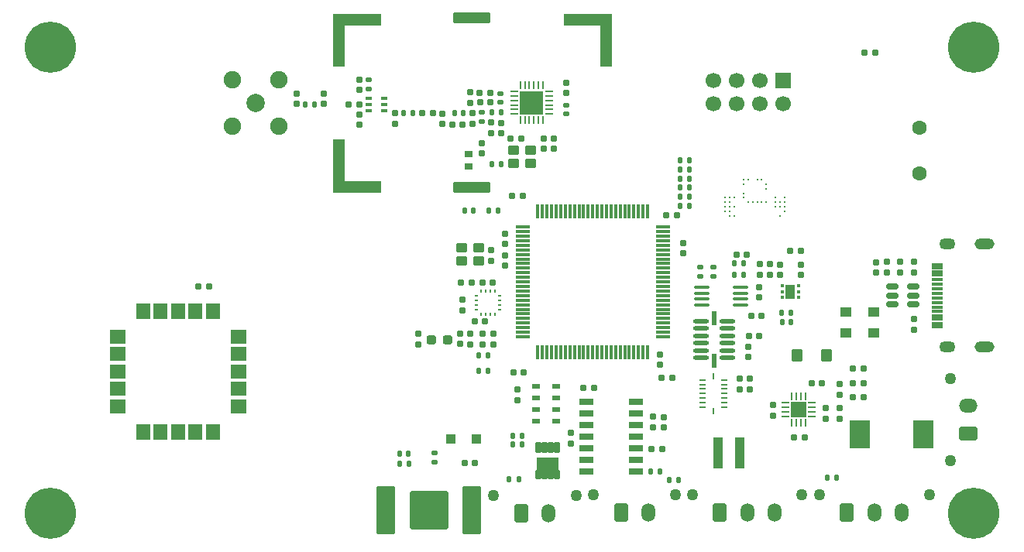
<source format=gbr>
%TF.GenerationSoftware,KiCad,Pcbnew,9.0.1*%
%TF.CreationDate,2025-04-20T12:35:35+07:00*%
%TF.ProjectId,IREC-FlighComputer,49524543-2d46-46c6-9967-68436f6d7075,rev?*%
%TF.SameCoordinates,Original*%
%TF.FileFunction,Soldermask,Top*%
%TF.FilePolarity,Negative*%
%FSLAX46Y46*%
G04 Gerber Fmt 4.6, Leading zero omitted, Abs format (unit mm)*
G04 Created by KiCad (PCBNEW 9.0.1) date 2025-04-20 12:35:35*
%MOMM*%
%LPD*%
G01*
G04 APERTURE LIST*
G04 Aperture macros list*
%AMRoundRect*
0 Rectangle with rounded corners*
0 $1 Rounding radius*
0 $2 $3 $4 $5 $6 $7 $8 $9 X,Y pos of 4 corners*
0 Add a 4 corners polygon primitive as box body*
4,1,4,$2,$3,$4,$5,$6,$7,$8,$9,$2,$3,0*
0 Add four circle primitives for the rounded corners*
1,1,$1+$1,$2,$3*
1,1,$1+$1,$4,$5*
1,1,$1+$1,$6,$7*
1,1,$1+$1,$8,$9*
0 Add four rect primitives between the rounded corners*
20,1,$1+$1,$2,$3,$4,$5,0*
20,1,$1+$1,$4,$5,$6,$7,0*
20,1,$1+$1,$6,$7,$8,$9,0*
20,1,$1+$1,$8,$9,$2,$3,0*%
G04 Aperture macros list end*
%ADD10C,0.010000*%
%ADD11RoundRect,0.135000X0.135000X0.185000X-0.135000X0.185000X-0.135000X-0.185000X0.135000X-0.185000X0*%
%ADD12RoundRect,0.147500X-0.147500X-0.172500X0.147500X-0.172500X0.147500X0.172500X-0.147500X0.172500X0*%
%ADD13R,2.300000X3.150000*%
%ADD14RoundRect,0.102000X-1.980000X-1.980000X1.980000X-1.980000X1.980000X1.980000X-1.980000X1.980000X0*%
%ADD15RoundRect,0.102000X-0.890000X-2.540000X0.890000X-2.540000X0.890000X2.540000X-0.890000X2.540000X0*%
%ADD16R,1.525000X0.650000*%
%ADD17RoundRect,0.135000X-0.135000X-0.185000X0.135000X-0.185000X0.135000X0.185000X-0.135000X0.185000X0*%
%ADD18O,1.770000X0.450000*%
%ADD19R,0.600000X1.550000*%
%ADD20RoundRect,0.250000X-0.300000X-0.300000X0.300000X-0.300000X0.300000X0.300000X-0.300000X0.300000X0*%
%ADD21RoundRect,0.155000X-0.155000X0.212500X-0.155000X-0.212500X0.155000X-0.212500X0.155000X0.212500X0*%
%ADD22RoundRect,0.147500X0.172500X-0.147500X0.172500X0.147500X-0.172500X0.147500X-0.172500X-0.147500X0*%
%ADD23RoundRect,0.155000X0.155000X-0.212500X0.155000X0.212500X-0.155000X0.212500X-0.155000X-0.212500X0*%
%ADD24RoundRect,0.147500X0.147500X0.172500X-0.147500X0.172500X-0.147500X-0.172500X0.147500X-0.172500X0*%
%ADD25RoundRect,0.155000X0.212500X0.155000X-0.212500X0.155000X-0.212500X-0.155000X0.212500X-0.155000X0*%
%ADD26R,0.860000X0.800000*%
%ADD27RoundRect,0.160000X0.160000X-0.197500X0.160000X0.197500X-0.160000X0.197500X-0.160000X-0.197500X0*%
%ADD28RoundRect,0.075000X-0.725000X-0.075000X0.725000X-0.075000X0.725000X0.075000X-0.725000X0.075000X0*%
%ADD29RoundRect,0.075000X-0.075000X-0.725000X0.075000X-0.725000X0.075000X0.725000X-0.075000X0.725000X0*%
%ADD30R,0.250000X0.450000*%
%ADD31R,0.450000X0.250000*%
%ADD32RoundRect,0.160000X-0.197500X-0.160000X0.197500X-0.160000X0.197500X0.160000X-0.197500X0.160000X0*%
%ADD33R,1.240000X1.120000*%
%ADD34RoundRect,0.062500X0.062500X-0.350000X0.062500X0.350000X-0.062500X0.350000X-0.062500X-0.350000X0*%
%ADD35RoundRect,0.062500X0.350000X-0.062500X0.350000X0.062500X-0.350000X0.062500X-0.350000X-0.062500X0*%
%ADD36R,2.600000X2.600000*%
%ADD37RoundRect,0.093750X-0.093750X-0.106250X0.093750X-0.106250X0.093750X0.106250X-0.093750X0.106250X0*%
%ADD38R,1.000000X1.600000*%
%ADD39RoundRect,0.237500X-0.287500X-0.237500X0.287500X-0.237500X0.287500X0.237500X-0.287500X0.237500X0*%
%ADD40R,1.803400X1.498600*%
%ADD41R,1.498600X1.803400*%
%ADD42RoundRect,0.155000X-0.212500X-0.155000X0.212500X-0.155000X0.212500X0.155000X-0.212500X0.155000X0*%
%ADD43R,0.950000X0.550000*%
%ADD44RoundRect,0.102000X-0.450000X-0.400000X0.450000X-0.400000X0.450000X0.400000X-0.450000X0.400000X0*%
%ADD45R,0.780000X0.350000*%
%ADD46R,0.980000X3.400000*%
%ADD47O,2.154000X1.254000*%
%ADD48O,1.754000X1.254000*%
%ADD49RoundRect,0.010000X0.550000X-0.300000X0.550000X0.300000X-0.550000X0.300000X-0.550000X-0.300000X0*%
%ADD50RoundRect,0.010000X0.550000X-0.150000X0.550000X0.150000X-0.550000X0.150000X-0.550000X-0.150000X0*%
%ADD51RoundRect,0.160000X-0.160000X0.197500X-0.160000X-0.197500X0.160000X-0.197500X0.160000X0.197500X0*%
%ADD52O,1.660000X0.360000*%
%ADD53RoundRect,0.135000X-0.185000X0.135000X-0.185000X-0.135000X0.185000X-0.135000X0.185000X0.135000X0*%
%ADD54C,1.270000*%
%ADD55RoundRect,0.250001X-0.499999X-0.759999X0.499999X-0.759999X0.499999X0.759999X-0.499999X0.759999X0*%
%ADD56O,1.500000X2.020000*%
%ADD57C,2.006600*%
%ADD58C,1.905000*%
%ADD59R,0.800000X0.250000*%
%ADD60R,0.250000X0.800000*%
%ADD61C,5.600000*%
%ADD62RoundRect,0.102000X-0.455000X-0.610000X0.455000X-0.610000X0.455000X0.610000X-0.455000X0.610000X0*%
%ADD63RoundRect,0.147500X-0.172500X0.147500X-0.172500X-0.147500X0.172500X-0.147500X0.172500X0.147500X0*%
%ADD64RoundRect,0.102000X-1.900000X-0.500000X1.900000X-0.500000X1.900000X0.500000X-1.900000X0.500000X0*%
%ADD65RoundRect,0.150000X0.512500X0.150000X-0.512500X0.150000X-0.512500X-0.150000X0.512500X-0.150000X0*%
%ADD66C,0.240000*%
%ADD67C,1.602000*%
%ADD68R,1.680000X1.680000*%
%ADD69RoundRect,0.250001X0.759999X-0.499999X0.759999X0.499999X-0.759999X0.499999X-0.759999X-0.499999X0*%
%ADD70O,2.020000X1.500000*%
%ADD71R,1.700000X1.700000*%
%ADD72C,1.700000*%
%ADD73RoundRect,0.102000X-0.205000X0.495000X-0.205000X-0.495000X0.205000X-0.495000X0.205000X0.495000X0*%
%ADD74RoundRect,0.102000X-0.205000X0.380000X-0.205000X-0.380000X0.205000X-0.380000X0.205000X0.380000X0*%
%ADD75RoundRect,0.102000X-0.495000X0.862500X-0.495000X-0.862500X0.495000X-0.862500X0.495000X0.862500X0*%
G04 APERTURE END LIST*
D10*
%TO.C,J5*%
X135130000Y-60560000D02*
X131150000Y-60560000D01*
X131150000Y-65110000D01*
X129950000Y-65110000D01*
X129950000Y-59360000D01*
X135130000Y-59360000D01*
X135130000Y-60560000D01*
G36*
X135130000Y-60560000D02*
G01*
X131150000Y-60560000D01*
X131150000Y-65110000D01*
X129950000Y-65110000D01*
X129950000Y-59360000D01*
X135130000Y-59360000D01*
X135130000Y-60560000D01*
G37*
X131150000Y-77660000D02*
X135130000Y-77660000D01*
X135130000Y-78860000D01*
X129950000Y-78860000D01*
X129950000Y-73110000D01*
X131150000Y-73110000D01*
X131150000Y-77660000D01*
G36*
X131150000Y-77660000D02*
G01*
X135130000Y-77660000D01*
X135130000Y-78860000D01*
X129950000Y-78860000D01*
X129950000Y-73110000D01*
X131150000Y-73110000D01*
X131150000Y-77660000D01*
G37*
X160310000Y-65110000D02*
X159110000Y-65110000D01*
X159110000Y-60560000D01*
X155130000Y-60560000D01*
X155130000Y-59360000D01*
X160310000Y-59360000D01*
X160310000Y-65110000D01*
G36*
X160310000Y-65110000D02*
G01*
X159110000Y-65110000D01*
X159110000Y-60560000D01*
X155130000Y-60560000D01*
X155130000Y-59360000D01*
X160310000Y-59360000D01*
X160310000Y-65110000D01*
G37*
%TD*%
D11*
%TO.C,R33*%
X147950000Y-80900000D03*
X146930000Y-80900000D03*
%TD*%
D12*
%TO.C,D10*%
X144330000Y-80900000D03*
X145300000Y-80900000D03*
%TD*%
D13*
%TO.C,D1*%
X187550000Y-105400000D03*
X194450000Y-105400000D03*
%TD*%
D14*
%TO.C,BT1*%
X140400000Y-113700000D03*
D15*
X135700000Y-113700000D03*
X145100000Y-113700000D03*
%TD*%
D16*
%TO.C,IC1*%
X157588000Y-101790000D03*
X157588000Y-103060000D03*
X157588000Y-104330000D03*
X157588000Y-105600000D03*
X157588000Y-106870000D03*
X157588000Y-108140000D03*
X157588000Y-109410000D03*
X163012000Y-109410000D03*
X163012000Y-108140000D03*
X163012000Y-106870000D03*
X163012000Y-105600000D03*
X163012000Y-104330000D03*
X163012000Y-103060000D03*
X163012000Y-101790000D03*
%TD*%
D17*
%TO.C,R19*%
X167890000Y-75400000D03*
X168910000Y-75400000D03*
%TD*%
D18*
%TO.C,U6*%
X173000000Y-97000000D03*
X173000000Y-96200000D03*
X173000000Y-95400000D03*
X173000000Y-94600000D03*
X173000000Y-93800000D03*
X173000000Y-93000000D03*
D19*
X171590000Y-92700000D03*
D18*
X170180000Y-93000000D03*
X170180000Y-93800000D03*
X170180000Y-94600000D03*
X170180000Y-95400000D03*
X170180000Y-96200000D03*
X170180000Y-97000000D03*
D19*
X171590000Y-97300000D03*
%TD*%
D20*
%TO.C,D6*%
X142800000Y-105900000D03*
X145600000Y-105900000D03*
%TD*%
D11*
%TO.C,R14*%
X146910000Y-96700000D03*
X145890000Y-96700000D03*
%TD*%
D21*
%TO.C,C26*%
X178800000Y-86800000D03*
X178800000Y-87935000D03*
%TD*%
D11*
%TO.C,R30*%
X174810000Y-86700000D03*
X173790000Y-86700000D03*
%TD*%
D22*
%TO.C,L3*%
X155400000Y-70347500D03*
X155400000Y-69377500D03*
%TD*%
D23*
%TO.C,C40*%
X132800000Y-71530000D03*
X132800000Y-70395000D03*
%TD*%
D11*
%TO.C,R29*%
X174800000Y-87900000D03*
X173780000Y-87900000D03*
%TD*%
D24*
%TO.C,L8*%
X138650000Y-70270000D03*
X137680000Y-70270000D03*
%TD*%
D17*
%TO.C,R25*%
X164680000Y-109400000D03*
X165700000Y-109400000D03*
%TD*%
D25*
%TO.C,C55*%
X147167500Y-69062500D03*
X146032500Y-69062500D03*
%TD*%
D23*
%TO.C,C30*%
X175450000Y-100447500D03*
X175450000Y-99312500D03*
%TD*%
%TO.C,C9*%
X148700000Y-86935000D03*
X148700000Y-85800000D03*
%TD*%
D26*
%TO.C,FB2*%
X144800000Y-74700000D03*
X144800000Y-76100000D03*
%TD*%
D27*
%TO.C,R6*%
X193400000Y-87677500D03*
X193400000Y-86482500D03*
%TD*%
%TO.C,R8*%
X191900000Y-87675000D03*
X191900000Y-86480000D03*
%TD*%
D24*
%TO.C,L2*%
X127900000Y-69262500D03*
X126930000Y-69262500D03*
%TD*%
D23*
%TO.C,C19*%
X139290000Y-95537500D03*
X139290000Y-94402500D03*
%TD*%
D21*
%TO.C,C46*%
X128900000Y-68095000D03*
X128900000Y-69230000D03*
%TD*%
D28*
%TO.C,U5*%
X150650000Y-82700000D03*
X150650000Y-83200000D03*
X150650000Y-83700000D03*
X150650000Y-84200000D03*
X150650000Y-84700000D03*
X150650000Y-85200000D03*
X150650000Y-85700000D03*
X150650000Y-86200000D03*
X150650000Y-86700000D03*
X150650000Y-87200000D03*
X150650000Y-87700000D03*
X150650000Y-88200000D03*
X150650000Y-88700000D03*
X150650000Y-89200000D03*
X150650000Y-89700000D03*
X150650000Y-90200000D03*
X150650000Y-90700000D03*
X150650000Y-91200000D03*
X150650000Y-91700000D03*
X150650000Y-92200000D03*
X150650000Y-92700000D03*
X150650000Y-93200000D03*
X150650000Y-93700000D03*
X150650000Y-94200000D03*
X150650000Y-94700000D03*
D29*
X152325000Y-96375000D03*
X152825000Y-96375000D03*
X153325000Y-96375000D03*
X153825000Y-96375000D03*
X154325000Y-96375000D03*
X154825000Y-96375000D03*
X155325000Y-96375000D03*
X155825000Y-96375000D03*
X156325000Y-96375000D03*
X156825000Y-96375000D03*
X157325000Y-96375000D03*
X157825000Y-96375000D03*
X158325000Y-96375000D03*
X158825000Y-96375000D03*
X159325000Y-96375000D03*
X159825000Y-96375000D03*
X160325000Y-96375000D03*
X160825000Y-96375000D03*
X161325000Y-96375000D03*
X161825000Y-96375000D03*
X162325000Y-96375000D03*
X162825000Y-96375000D03*
X163325000Y-96375000D03*
X163825000Y-96375000D03*
X164325000Y-96375000D03*
D28*
X166000000Y-94700000D03*
X166000000Y-94200000D03*
X166000000Y-93700000D03*
X166000000Y-93200000D03*
X166000000Y-92700000D03*
X166000000Y-92200000D03*
X166000000Y-91700000D03*
X166000000Y-91200000D03*
X166000000Y-90700000D03*
X166000000Y-90200000D03*
X166000000Y-89700000D03*
X166000000Y-89200000D03*
X166000000Y-88700000D03*
X166000000Y-88200000D03*
X166000000Y-87700000D03*
X166000000Y-87200000D03*
X166000000Y-86700000D03*
X166000000Y-86200000D03*
X166000000Y-85700000D03*
X166000000Y-85200000D03*
X166000000Y-84700000D03*
X166000000Y-84200000D03*
X166000000Y-83700000D03*
X166000000Y-83200000D03*
X166000000Y-82700000D03*
D29*
X164325000Y-81025000D03*
X163825000Y-81025000D03*
X163325000Y-81025000D03*
X162825000Y-81025000D03*
X162325000Y-81025000D03*
X161825000Y-81025000D03*
X161325000Y-81025000D03*
X160825000Y-81025000D03*
X160325000Y-81025000D03*
X159825000Y-81025000D03*
X159325000Y-81025000D03*
X158825000Y-81025000D03*
X158325000Y-81025000D03*
X157825000Y-81025000D03*
X157325000Y-81025000D03*
X156825000Y-81025000D03*
X156325000Y-81025000D03*
X155825000Y-81025000D03*
X155325000Y-81025000D03*
X154825000Y-81025000D03*
X154325000Y-81025000D03*
X153825000Y-81025000D03*
X153325000Y-81025000D03*
X152825000Y-81025000D03*
X152325000Y-81025000D03*
%TD*%
D30*
%TO.C,U9*%
X147610000Y-89690000D03*
X147110000Y-89690000D03*
X146610000Y-89690000D03*
X146110000Y-89690000D03*
D31*
X145600000Y-90200000D03*
X145600000Y-90700000D03*
X145600000Y-91200000D03*
X145600000Y-91700000D03*
D30*
X146110000Y-92210000D03*
X146610000Y-92210000D03*
X147110000Y-92210000D03*
X147610000Y-92210000D03*
D31*
X148120000Y-91700000D03*
X148120000Y-91200000D03*
X148120000Y-90700000D03*
X148120000Y-90200000D03*
%TD*%
D23*
%TO.C,C1*%
X176600000Y-87900000D03*
X176600000Y-86765000D03*
%TD*%
D21*
%TO.C,C56*%
X141900000Y-70295000D03*
X141900000Y-71430000D03*
%TD*%
D32*
%TO.C,R23*%
X188055000Y-63660000D03*
X189250000Y-63660000D03*
%TD*%
D23*
%TO.C,C2*%
X146300000Y-95535000D03*
X146300000Y-94400000D03*
%TD*%
D33*
%TO.C,D3*%
X186000000Y-94300000D03*
X189000000Y-94300000D03*
%TD*%
D34*
%TO.C,U13*%
X150400000Y-71037500D03*
X150900000Y-71037500D03*
X151400000Y-71037500D03*
X151900000Y-71037500D03*
X152400000Y-71037500D03*
X152900000Y-71037500D03*
D35*
X153587500Y-70350000D03*
X153587500Y-69850000D03*
X153587500Y-69350000D03*
X153587500Y-68850000D03*
X153587500Y-68350000D03*
X153587500Y-67850000D03*
D34*
X152900000Y-67162500D03*
X152400000Y-67162500D03*
X151900000Y-67162500D03*
X151400000Y-67162500D03*
X150900000Y-67162500D03*
X150400000Y-67162500D03*
D35*
X149712500Y-67850000D03*
X149712500Y-68350000D03*
X149712500Y-68850000D03*
X149712500Y-69350000D03*
X149712500Y-69850000D03*
X149712500Y-70350000D03*
D36*
X151650000Y-69100000D03*
%TD*%
D37*
%TO.C,U3*%
X179025000Y-89100000D03*
X179025000Y-89750000D03*
X179025000Y-90400000D03*
X180800000Y-90400000D03*
X180800000Y-89750000D03*
X180800000Y-89100000D03*
D38*
X179912500Y-89750000D03*
%TD*%
D39*
%TO.C,FB1*%
X140700000Y-95067500D03*
X142450000Y-95067500D03*
%TD*%
D17*
%TO.C,R21*%
X167880000Y-80400000D03*
X168900000Y-80400000D03*
%TD*%
D40*
%TO.C,U10*%
X106399996Y-94699999D03*
X106399996Y-96600000D03*
X106399996Y-98499999D03*
X106399996Y-100399998D03*
X106399996Y-102299999D03*
D41*
X109199998Y-105100001D03*
X111099999Y-105100001D03*
X112999998Y-105100001D03*
X114899997Y-105100001D03*
X116799998Y-105100001D03*
D40*
X119600000Y-102299999D03*
X119600000Y-100399998D03*
X119600000Y-98499999D03*
X119600000Y-96600000D03*
X119600000Y-94699999D03*
D41*
X116799998Y-91899997D03*
X114899997Y-91899997D03*
X112999998Y-91899997D03*
X111099999Y-91899997D03*
X109199998Y-91899997D03*
%TD*%
D25*
%TO.C,C10*%
X150800000Y-98600000D03*
X149665000Y-98600000D03*
%TD*%
D42*
%TO.C,C18*%
X186765000Y-98200000D03*
X187900000Y-98200000D03*
%TD*%
D43*
%TO.C,U8*%
X152150000Y-100150000D03*
X152150000Y-101400000D03*
X152150000Y-102650000D03*
X152150000Y-103900000D03*
X154300000Y-103900000D03*
X154300000Y-102650000D03*
X154300000Y-101400000D03*
X154300000Y-100150000D03*
%TD*%
D44*
%TO.C,X2*%
X143975000Y-86425000D03*
X145825000Y-86425000D03*
X145825000Y-84975000D03*
X143975000Y-84975000D03*
%TD*%
D25*
%TO.C,C54*%
X144100000Y-71462500D03*
X142965000Y-71462500D03*
%TD*%
D17*
%TO.C,R26*%
X167860000Y-77400000D03*
X168880000Y-77400000D03*
%TD*%
D45*
%TO.C,U12*%
X135540000Y-69962500D03*
X135540000Y-69312500D03*
X135540000Y-68662500D03*
X133860000Y-68662500D03*
X133860000Y-69312500D03*
X133860000Y-69962500D03*
%TD*%
D17*
%TO.C,R12*%
X137190000Y-108600000D03*
X138210000Y-108600000D03*
%TD*%
D25*
%TO.C,C48*%
X154100000Y-74100000D03*
X152965000Y-74100000D03*
%TD*%
D46*
%TO.C,L1*%
X172015000Y-107400000D03*
X174385000Y-107400000D03*
%TD*%
D47*
%TO.C,USB1*%
X201112500Y-95820000D03*
X201112500Y-84580000D03*
D48*
X197112500Y-95820000D03*
X197112500Y-84580000D03*
D49*
X195962500Y-93400000D03*
X195962500Y-92600000D03*
D50*
X195962500Y-91450000D03*
X195962500Y-90450000D03*
X195962500Y-89950000D03*
X195962500Y-88950000D03*
D49*
X195962500Y-87800000D03*
X195962500Y-87000000D03*
D50*
X195962500Y-88450000D03*
X195962500Y-89450000D03*
X195962500Y-90950000D03*
X195962500Y-91950000D03*
%TD*%
D42*
%TO.C,C15*%
X149532500Y-79300000D03*
X150667500Y-79300000D03*
%TD*%
D51*
%TO.C,R7*%
X190500000Y-86485000D03*
X190500000Y-87680000D03*
%TD*%
D52*
%TO.C,U7*%
X170220000Y-89260000D03*
X170220000Y-89920000D03*
X170220000Y-90570000D03*
X170220000Y-91220000D03*
X174480000Y-91220000D03*
X174480000Y-90570000D03*
X174480000Y-89920000D03*
X174480000Y-89260000D03*
%TD*%
D42*
%TO.C,C44*%
X131665000Y-69262500D03*
X132800000Y-69262500D03*
%TD*%
D25*
%TO.C,C58*%
X140855000Y-70262500D03*
X139720000Y-70262500D03*
%TD*%
D42*
%TO.C,C31*%
X146265000Y-88800000D03*
X147400000Y-88800000D03*
%TD*%
%TO.C,C24*%
X186765000Y-99800000D03*
X187900000Y-99800000D03*
%TD*%
D23*
%TO.C,C12*%
X148700000Y-84535000D03*
X148700000Y-83400000D03*
%TD*%
%TO.C,C21*%
X189300000Y-87667500D03*
X189300000Y-86532500D03*
%TD*%
D53*
%TO.C,R10*%
X171500000Y-87100000D03*
X171500000Y-88120000D03*
%TD*%
D42*
%TO.C,C4*%
X175642500Y-92380000D03*
X176777500Y-92380000D03*
%TD*%
D54*
%TO.C,J8*%
X147500000Y-112040000D03*
X156500000Y-112040000D03*
D55*
X150500000Y-114000000D03*
D56*
X153500000Y-114000000D03*
%TD*%
D21*
%TO.C,C47*%
X166120000Y-103492500D03*
X166120000Y-104627500D03*
%TD*%
D32*
%TO.C,R36*%
X157300000Y-100300000D03*
X158495000Y-100300000D03*
%TD*%
D57*
%TO.C,J3*%
X121447300Y-69109800D03*
D58*
X118894600Y-66557100D03*
X118894600Y-71662500D03*
X124000000Y-71662500D03*
X124000000Y-66557100D03*
%TD*%
D54*
%TO.C,J10*%
X183100000Y-111940000D03*
X195100000Y-111940000D03*
D55*
X186100000Y-113900000D03*
D56*
X189100000Y-113900000D03*
X192100000Y-113900000D03*
%TD*%
D23*
%TO.C,C32*%
X150100000Y-101635000D03*
X150100000Y-100500000D03*
%TD*%
D17*
%TO.C,R20*%
X167880000Y-79400000D03*
X168900000Y-79400000D03*
%TD*%
D25*
%TO.C,C38*%
X175167500Y-85700000D03*
X174032500Y-85700000D03*
%TD*%
D23*
%TO.C,C22*%
X181100000Y-87935000D03*
X181100000Y-86800000D03*
%TD*%
D32*
%TO.C,R4*%
X180305000Y-105750000D03*
X181500000Y-105750000D03*
%TD*%
D12*
%TO.C,D9*%
X179030000Y-93100000D03*
X180000000Y-93100000D03*
%TD*%
D21*
%TO.C,C50*%
X147200000Y-71262500D03*
X147200000Y-72397500D03*
%TD*%
D23*
%TO.C,C23*%
X147200000Y-86367500D03*
X147200000Y-85232500D03*
%TD*%
D42*
%TO.C,C43*%
X152965000Y-73000000D03*
X154100000Y-73000000D03*
%TD*%
%TO.C,C28*%
X165865000Y-99200000D03*
X167000000Y-99200000D03*
%TD*%
D21*
%TO.C,C42*%
X132800000Y-66595000D03*
X132800000Y-67730000D03*
%TD*%
D17*
%TO.C,R27*%
X167880000Y-78400000D03*
X168900000Y-78400000D03*
%TD*%
D53*
%TO.C,R9*%
X170100000Y-87090000D03*
X170100000Y-88110000D03*
%TD*%
D23*
%TO.C,C39*%
X146200000Y-74667500D03*
X146200000Y-73532500D03*
%TD*%
D21*
%TO.C,C5*%
X165700000Y-96632500D03*
X165700000Y-97767500D03*
%TD*%
D25*
%TO.C,C45*%
X150480000Y-73000000D03*
X149345000Y-73000000D03*
%TD*%
D59*
%TO.C,U2*%
X170300000Y-102410000D03*
X170300000Y-101910000D03*
X170300000Y-101410000D03*
X170300000Y-100910000D03*
X170300000Y-100410000D03*
X170300000Y-99910000D03*
X170300000Y-99410000D03*
D60*
X171500000Y-99000000D03*
D59*
X172700000Y-99410000D03*
X172700000Y-99910000D03*
X172700000Y-100410000D03*
X172700000Y-100910000D03*
X172700000Y-101410000D03*
X172700000Y-101910000D03*
X172700000Y-102410000D03*
D60*
X171500000Y-102820000D03*
%TD*%
D21*
%TO.C,C51*%
X148300000Y-71295000D03*
X148300000Y-72430000D03*
%TD*%
D17*
%TO.C,R39*%
X149580000Y-105500000D03*
X150600000Y-105500000D03*
%TD*%
D44*
%TO.C,Y1*%
X149650000Y-75750000D03*
X151500000Y-75750000D03*
X151500000Y-74300000D03*
X149650000Y-74300000D03*
%TD*%
D53*
%TO.C,R32*%
X133800000Y-66552500D03*
X133800000Y-67572500D03*
%TD*%
D61*
%TO.C,H3*%
X200000000Y-63000000D03*
%TD*%
D42*
%TO.C,C17*%
X166365000Y-81400000D03*
X167500000Y-81400000D03*
%TD*%
D27*
%TO.C,R5*%
X193400000Y-93975000D03*
X193400000Y-92780000D03*
%TD*%
D54*
%TO.C,J7*%
X158400000Y-112000000D03*
X167400000Y-112000000D03*
D55*
X161400000Y-113960000D03*
D56*
X164400000Y-113960000D03*
%TD*%
D62*
%TO.C,D2*%
X183885000Y-96750000D03*
X180615000Y-96750000D03*
%TD*%
D17*
%TO.C,R22*%
X178980000Y-92100000D03*
X180000000Y-92100000D03*
%TD*%
D42*
%TO.C,C52*%
X145965000Y-68062500D03*
X147100000Y-68062500D03*
%TD*%
%TO.C,C37*%
X179932500Y-85300000D03*
X181067500Y-85300000D03*
%TD*%
D61*
%TO.C,H1*%
X200000000Y-114000000D03*
%TD*%
%TO.C,H4*%
X99000000Y-114000000D03*
%TD*%
D63*
%TO.C,L6*%
X148200000Y-68077500D03*
X148200000Y-69047500D03*
%TD*%
D23*
%TO.C,C7*%
X168200000Y-85567500D03*
X168200000Y-84432500D03*
%TD*%
D64*
%TO.C,J5*%
X145130000Y-78360000D03*
X145130000Y-59860000D03*
%TD*%
D61*
%TO.C,H2*%
X99000000Y-63000000D03*
%TD*%
D54*
%TO.C,J2*%
X169200000Y-112000000D03*
X181200000Y-112000000D03*
D55*
X172200000Y-113960000D03*
D56*
X175200000Y-113960000D03*
X178200000Y-113960000D03*
%TD*%
D42*
%TO.C,C27*%
X175365000Y-94600000D03*
X176500000Y-94600000D03*
%TD*%
D25*
%TO.C,C36*%
X145435000Y-108500000D03*
X144300000Y-108500000D03*
%TD*%
D12*
%TO.C,D5*%
X137215000Y-107500000D03*
X138185000Y-107500000D03*
%TD*%
D23*
%TO.C,C6*%
X147500000Y-95535000D03*
X147500000Y-94400000D03*
%TD*%
D21*
%TO.C,C49*%
X126000000Y-68095000D03*
X126000000Y-69230000D03*
%TD*%
D23*
%TO.C,C41*%
X155400000Y-68035000D03*
X155400000Y-66900000D03*
%TD*%
D17*
%TO.C,R28*%
X167870000Y-76400000D03*
X168890000Y-76400000D03*
%TD*%
%TO.C,R18*%
X149200000Y-110300000D03*
X150220000Y-110300000D03*
%TD*%
D23*
%TO.C,C14*%
X144900000Y-95535000D03*
X144900000Y-94400000D03*
%TD*%
D25*
%TO.C,C20*%
X183400000Y-99800000D03*
X182265000Y-99800000D03*
%TD*%
D33*
%TO.C,D4*%
X186000000Y-92000000D03*
X189000000Y-92000000D03*
%TD*%
D23*
%TO.C,C33*%
X176510000Y-90397500D03*
X176510000Y-89262500D03*
%TD*%
D21*
%TO.C,C13*%
X178000000Y-102182500D03*
X178000000Y-103317500D03*
%TD*%
D17*
%TO.C,R31*%
X147290000Y-75800000D03*
X148310000Y-75800000D03*
%TD*%
D51*
%TO.C,R35*%
X164870000Y-103452500D03*
X164870000Y-104647500D03*
%TD*%
D17*
%TO.C,R24*%
X183980000Y-110100000D03*
X185000000Y-110100000D03*
%TD*%
D65*
%TO.C,U4*%
X193337500Y-91130000D03*
X193337500Y-90180000D03*
X193337500Y-89230000D03*
X191062500Y-89230000D03*
X191062500Y-90180000D03*
X191062500Y-91130000D03*
%TD*%
D27*
%TO.C,R38*%
X155900000Y-106397500D03*
X155900000Y-105202500D03*
%TD*%
D66*
%TO.C,U11*%
X172800000Y-81000000D03*
X172800000Y-80500000D03*
X172800000Y-80000000D03*
X172800000Y-79500000D03*
X173300000Y-81500000D03*
X173300000Y-81000000D03*
X173300000Y-80500000D03*
X173300000Y-80000000D03*
X173300000Y-79500000D03*
X173800000Y-81500000D03*
X173800000Y-80500000D03*
X173800000Y-79500000D03*
X174800000Y-79500000D03*
X174800000Y-79000000D03*
X174800000Y-78000000D03*
X174800000Y-77500000D03*
X175300000Y-80000000D03*
X175300000Y-77500000D03*
X175800000Y-80000000D03*
X176300000Y-80000000D03*
X176300000Y-77500000D03*
X176800000Y-80000000D03*
X176800000Y-77500000D03*
X177300000Y-80000000D03*
X177300000Y-78500000D03*
X177300000Y-78000000D03*
X178300000Y-80500000D03*
X178300000Y-80000000D03*
X178300000Y-79500000D03*
X178800000Y-81500000D03*
X178800000Y-80500000D03*
X178800000Y-80000000D03*
X179300000Y-81000000D03*
X179300000Y-80500000D03*
X179300000Y-80000000D03*
X179300000Y-79500000D03*
%TD*%
D21*
%TO.C,C8*%
X185300000Y-99900000D03*
X185300000Y-101035000D03*
%TD*%
D11*
%TO.C,R16*%
X167720000Y-110400000D03*
X166700000Y-110400000D03*
%TD*%
D67*
%TO.C,LS1*%
X194000000Y-71800000D03*
X194000000Y-76800000D03*
%TD*%
D42*
%TO.C,C35*%
X115232500Y-89200000D03*
X116367500Y-89200000D03*
%TD*%
D23*
%TO.C,C11*%
X143800000Y-95467500D03*
X143800000Y-94332500D03*
%TD*%
D34*
%TO.C,U1*%
X180087500Y-104112500D03*
X180587500Y-104112500D03*
X181087500Y-104112500D03*
X181587500Y-104112500D03*
D35*
X182300000Y-103400000D03*
X182300000Y-102900000D03*
X182300000Y-102400000D03*
X182300000Y-101900000D03*
D34*
X181587500Y-101187500D03*
X181087500Y-101187500D03*
X180587500Y-101187500D03*
X180087500Y-101187500D03*
D35*
X179375000Y-101900000D03*
X179375000Y-102400000D03*
X179375000Y-102900000D03*
X179375000Y-103400000D03*
D68*
X180837500Y-102650000D03*
%TD*%
D63*
%TO.C,L5*%
X146200000Y-70177500D03*
X146200000Y-71147500D03*
%TD*%
D27*
%TO.C,R1*%
X185300000Y-103697500D03*
X185300000Y-102502500D03*
%TD*%
D42*
%TO.C,C25*%
X186765000Y-101300000D03*
X187900000Y-101300000D03*
%TD*%
D53*
%TO.C,R13*%
X141000000Y-107380000D03*
X141000000Y-108400000D03*
%TD*%
D17*
%TO.C,R15*%
X149580000Y-106500000D03*
X150600000Y-106500000D03*
%TD*%
D32*
%TO.C,R3*%
X143902500Y-88800000D03*
X145097500Y-88800000D03*
%TD*%
D54*
%TO.C,J1*%
X197427500Y-108278250D03*
X197427500Y-99278250D03*
D69*
X199387500Y-105278250D03*
D70*
X199387500Y-102278250D03*
%TD*%
D21*
%TO.C,C3*%
X175300000Y-95765000D03*
X175300000Y-96900000D03*
%TD*%
D24*
%TO.C,L7*%
X144200000Y-70262500D03*
X143230000Y-70262500D03*
%TD*%
%TO.C,L4*%
X148300000Y-70162500D03*
X147330000Y-70162500D03*
%TD*%
D51*
%TO.C,R2*%
X183800000Y-102502500D03*
X183800000Y-103697500D03*
%TD*%
D21*
%TO.C,C57*%
X144900000Y-67962500D03*
X144900000Y-69097500D03*
%TD*%
D32*
%TO.C,R37*%
X164705000Y-107000000D03*
X165900000Y-107000000D03*
%TD*%
D71*
%TO.C,J4*%
X179140000Y-66660000D03*
D72*
X179140000Y-69200000D03*
X176600000Y-66660000D03*
X176600000Y-69200000D03*
X174060000Y-66660000D03*
X174060000Y-69200000D03*
X171520000Y-66660000D03*
X171520000Y-69200000D03*
%TD*%
D21*
%TO.C,C16*%
X177700000Y-86765000D03*
X177700000Y-87900000D03*
%TD*%
%TO.C,C53*%
X145200000Y-70262500D03*
X145200000Y-71397500D03*
%TD*%
D23*
%TO.C,C29*%
X174430000Y-100437500D03*
X174430000Y-99302500D03*
%TD*%
D73*
%TO.C,Q4*%
X154382500Y-106807500D03*
X153722500Y-106807500D03*
X153062500Y-106807500D03*
X152402500Y-106807500D03*
D74*
X152402500Y-109792500D03*
X153062500Y-109792500D03*
X153722500Y-109792500D03*
X154382500Y-109792500D03*
D75*
X154000000Y-108800000D03*
X152785000Y-108800000D03*
%TD*%
D51*
%TO.C,R11*%
X144100000Y-90600000D03*
X144100000Y-91795000D03*
%TD*%
D25*
%TO.C,C34*%
X146535000Y-93000000D03*
X145400000Y-93000000D03*
%TD*%
D23*
%TO.C,C59*%
X136700000Y-71397500D03*
X136700000Y-70262500D03*
%TD*%
D11*
%TO.C,R17*%
X146910000Y-98400000D03*
X145890000Y-98400000D03*
%TD*%
M02*

</source>
